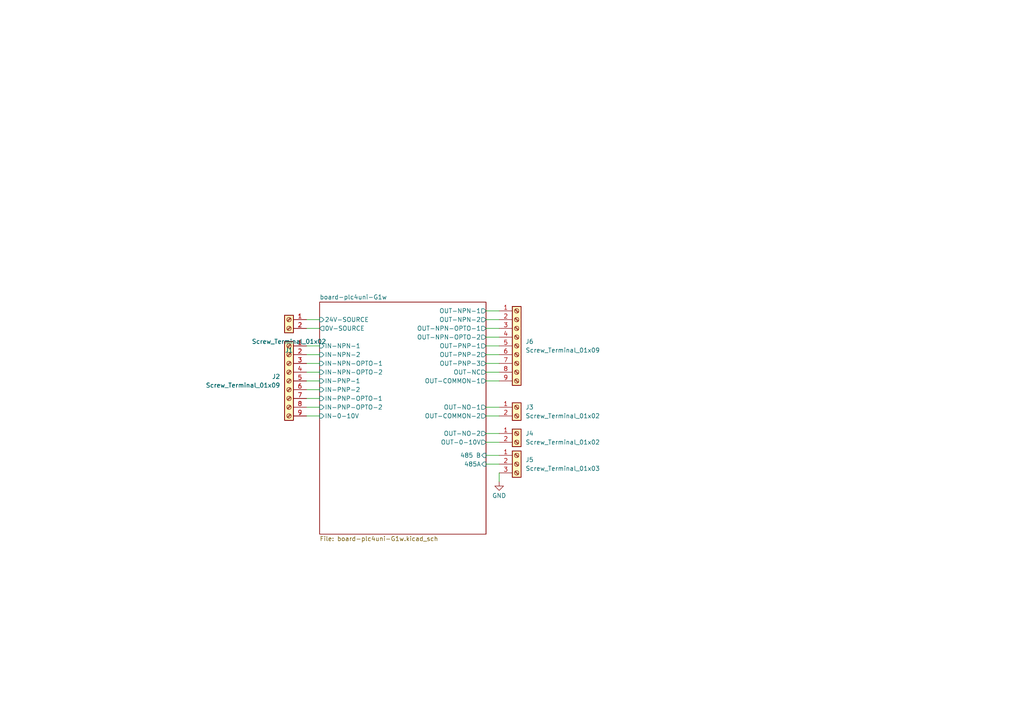
<source format=kicad_sch>
(kicad_sch
	(version 20250114)
	(generator "eeschema")
	(generator_version "9.0")
	(uuid "65c875c0-73bd-43df-b6cd-4a685398cace")
	(paper "A4")
	(lib_symbols
		(symbol "Connector:Screw_Terminal_01x02"
			(pin_names
				(offset 1.016)
				(hide yes)
			)
			(exclude_from_sim no)
			(in_bom yes)
			(on_board yes)
			(property "Reference" "J"
				(at 0 2.54 0)
				(effects
					(font
						(size 1.27 1.27)
					)
				)
			)
			(property "Value" "Screw_Terminal_01x02"
				(at 0 -5.08 0)
				(effects
					(font
						(size 1.27 1.27)
					)
				)
			)
			(property "Footprint" ""
				(at 0 0 0)
				(effects
					(font
						(size 1.27 1.27)
					)
					(hide yes)
				)
			)
			(property "Datasheet" "~"
				(at 0 0 0)
				(effects
					(font
						(size 1.27 1.27)
					)
					(hide yes)
				)
			)
			(property "Description" "Generic screw terminal, single row, 01x02, script generated (kicad-library-utils/schlib/autogen/connector/)"
				(at 0 0 0)
				(effects
					(font
						(size 1.27 1.27)
					)
					(hide yes)
				)
			)
			(property "ki_keywords" "screw terminal"
				(at 0 0 0)
				(effects
					(font
						(size 1.27 1.27)
					)
					(hide yes)
				)
			)
			(property "ki_fp_filters" "TerminalBlock*:*"
				(at 0 0 0)
				(effects
					(font
						(size 1.27 1.27)
					)
					(hide yes)
				)
			)
			(symbol "Screw_Terminal_01x02_1_1"
				(rectangle
					(start -1.27 1.27)
					(end 1.27 -3.81)
					(stroke
						(width 0.254)
						(type default)
					)
					(fill
						(type background)
					)
				)
				(polyline
					(pts
						(xy -0.5334 0.3302) (xy 0.3302 -0.508)
					)
					(stroke
						(width 0.1524)
						(type default)
					)
					(fill
						(type none)
					)
				)
				(polyline
					(pts
						(xy -0.5334 -2.2098) (xy 0.3302 -3.048)
					)
					(stroke
						(width 0.1524)
						(type default)
					)
					(fill
						(type none)
					)
				)
				(polyline
					(pts
						(xy -0.3556 0.508) (xy 0.508 -0.3302)
					)
					(stroke
						(width 0.1524)
						(type default)
					)
					(fill
						(type none)
					)
				)
				(polyline
					(pts
						(xy -0.3556 -2.032) (xy 0.508 -2.8702)
					)
					(stroke
						(width 0.1524)
						(type default)
					)
					(fill
						(type none)
					)
				)
				(circle
					(center 0 0)
					(radius 0.635)
					(stroke
						(width 0.1524)
						(type default)
					)
					(fill
						(type none)
					)
				)
				(circle
					(center 0 -2.54)
					(radius 0.635)
					(stroke
						(width 0.1524)
						(type default)
					)
					(fill
						(type none)
					)
				)
				(pin passive line
					(at -5.08 0 0)
					(length 3.81)
					(name "Pin_1"
						(effects
							(font
								(size 1.27 1.27)
							)
						)
					)
					(number "1"
						(effects
							(font
								(size 1.27 1.27)
							)
						)
					)
				)
				(pin passive line
					(at -5.08 -2.54 0)
					(length 3.81)
					(name "Pin_2"
						(effects
							(font
								(size 1.27 1.27)
							)
						)
					)
					(number "2"
						(effects
							(font
								(size 1.27 1.27)
							)
						)
					)
				)
			)
			(embedded_fonts no)
		)
		(symbol "Connector:Screw_Terminal_01x03"
			(pin_names
				(offset 1.016)
				(hide yes)
			)
			(exclude_from_sim no)
			(in_bom yes)
			(on_board yes)
			(property "Reference" "J"
				(at 0 5.08 0)
				(effects
					(font
						(size 1.27 1.27)
					)
				)
			)
			(property "Value" "Screw_Terminal_01x03"
				(at 0 -5.08 0)
				(effects
					(font
						(size 1.27 1.27)
					)
				)
			)
			(property "Footprint" ""
				(at 0 0 0)
				(effects
					(font
						(size 1.27 1.27)
					)
					(hide yes)
				)
			)
			(property "Datasheet" "~"
				(at 0 0 0)
				(effects
					(font
						(size 1.27 1.27)
					)
					(hide yes)
				)
			)
			(property "Description" "Generic screw terminal, single row, 01x03, script generated (kicad-library-utils/schlib/autogen/connector/)"
				(at 0 0 0)
				(effects
					(font
						(size 1.27 1.27)
					)
					(hide yes)
				)
			)
			(property "ki_keywords" "screw terminal"
				(at 0 0 0)
				(effects
					(font
						(size 1.27 1.27)
					)
					(hide yes)
				)
			)
			(property "ki_fp_filters" "TerminalBlock*:*"
				(at 0 0 0)
				(effects
					(font
						(size 1.27 1.27)
					)
					(hide yes)
				)
			)
			(symbol "Screw_Terminal_01x03_1_1"
				(rectangle
					(start -1.27 3.81)
					(end 1.27 -3.81)
					(stroke
						(width 0.254)
						(type default)
					)
					(fill
						(type background)
					)
				)
				(polyline
					(pts
						(xy -0.5334 2.8702) (xy 0.3302 2.032)
					)
					(stroke
						(width 0.1524)
						(type default)
					)
					(fill
						(type none)
					)
				)
				(polyline
					(pts
						(xy -0.5334 0.3302) (xy 0.3302 -0.508)
					)
					(stroke
						(width 0.1524)
						(type default)
					)
					(fill
						(type none)
					)
				)
				(polyline
					(pts
						(xy -0.5334 -2.2098) (xy 0.3302 -3.048)
					)
					(stroke
						(width 0.1524)
						(type default)
					)
					(fill
						(type none)
					)
				)
				(polyline
					(pts
						(xy -0.3556 3.048) (xy 0.508 2.2098)
					)
					(stroke
						(width 0.1524)
						(type default)
					)
					(fill
						(type none)
					)
				)
				(polyline
					(pts
						(xy -0.3556 0.508) (xy 0.508 -0.3302)
					)
					(stroke
						(width 0.1524)
						(type default)
					)
					(fill
						(type none)
					)
				)
				(polyline
					(pts
						(xy -0.3556 -2.032) (xy 0.508 -2.8702)
					)
					(stroke
						(width 0.1524)
						(type default)
					)
					(fill
						(type none)
					)
				)
				(circle
					(center 0 2.54)
					(radius 0.635)
					(stroke
						(width 0.1524)
						(type default)
					)
					(fill
						(type none)
					)
				)
				(circle
					(center 0 0)
					(radius 0.635)
					(stroke
						(width 0.1524)
						(type default)
					)
					(fill
						(type none)
					)
				)
				(circle
					(center 0 -2.54)
					(radius 0.635)
					(stroke
						(width 0.1524)
						(type default)
					)
					(fill
						(type none)
					)
				)
				(pin passive line
					(at -5.08 2.54 0)
					(length 3.81)
					(name "Pin_1"
						(effects
							(font
								(size 1.27 1.27)
							)
						)
					)
					(number "1"
						(effects
							(font
								(size 1.27 1.27)
							)
						)
					)
				)
				(pin passive line
					(at -5.08 0 0)
					(length 3.81)
					(name "Pin_2"
						(effects
							(font
								(size 1.27 1.27)
							)
						)
					)
					(number "2"
						(effects
							(font
								(size 1.27 1.27)
							)
						)
					)
				)
				(pin passive line
					(at -5.08 -2.54 0)
					(length 3.81)
					(name "Pin_3"
						(effects
							(font
								(size 1.27 1.27)
							)
						)
					)
					(number "3"
						(effects
							(font
								(size 1.27 1.27)
							)
						)
					)
				)
			)
			(embedded_fonts no)
		)
		(symbol "Connector:Screw_Terminal_01x09"
			(pin_names
				(offset 1.016)
				(hide yes)
			)
			(exclude_from_sim no)
			(in_bom yes)
			(on_board yes)
			(property "Reference" "J"
				(at 0 12.7 0)
				(effects
					(font
						(size 1.27 1.27)
					)
				)
			)
			(property "Value" "Screw_Terminal_01x09"
				(at 0 -12.7 0)
				(effects
					(font
						(size 1.27 1.27)
					)
				)
			)
			(property "Footprint" ""
				(at 0 0 0)
				(effects
					(font
						(size 1.27 1.27)
					)
					(hide yes)
				)
			)
			(property "Datasheet" "~"
				(at 0 0 0)
				(effects
					(font
						(size 1.27 1.27)
					)
					(hide yes)
				)
			)
			(property "Description" "Generic screw terminal, single row, 01x09, script generated (kicad-library-utils/schlib/autogen/connector/)"
				(at 0 0 0)
				(effects
					(font
						(size 1.27 1.27)
					)
					(hide yes)
				)
			)
			(property "ki_keywords" "screw terminal"
				(at 0 0 0)
				(effects
					(font
						(size 1.27 1.27)
					)
					(hide yes)
				)
			)
			(property "ki_fp_filters" "TerminalBlock*:*"
				(at 0 0 0)
				(effects
					(font
						(size 1.27 1.27)
					)
					(hide yes)
				)
			)
			(symbol "Screw_Terminal_01x09_1_1"
				(rectangle
					(start -1.27 11.43)
					(end 1.27 -11.43)
					(stroke
						(width 0.254)
						(type default)
					)
					(fill
						(type background)
					)
				)
				(polyline
					(pts
						(xy -0.5334 10.4902) (xy 0.3302 9.652)
					)
					(stroke
						(width 0.1524)
						(type default)
					)
					(fill
						(type none)
					)
				)
				(polyline
					(pts
						(xy -0.5334 7.9502) (xy 0.3302 7.112)
					)
					(stroke
						(width 0.1524)
						(type default)
					)
					(fill
						(type none)
					)
				)
				(polyline
					(pts
						(xy -0.5334 5.4102) (xy 0.3302 4.572)
					)
					(stroke
						(width 0.1524)
						(type default)
					)
					(fill
						(type none)
					)
				)
				(polyline
					(pts
						(xy -0.5334 2.8702) (xy 0.3302 2.032)
					)
					(stroke
						(width 0.1524)
						(type default)
					)
					(fill
						(type none)
					)
				)
				(polyline
					(pts
						(xy -0.5334 0.3302) (xy 0.3302 -0.508)
					)
					(stroke
						(width 0.1524)
						(type default)
					)
					(fill
						(type none)
					)
				)
				(polyline
					(pts
						(xy -0.5334 -2.2098) (xy 0.3302 -3.048)
					)
					(stroke
						(width 0.1524)
						(type default)
					)
					(fill
						(type none)
					)
				)
				(polyline
					(pts
						(xy -0.5334 -4.7498) (xy 0.3302 -5.588)
					)
					(stroke
						(width 0.1524)
						(type default)
					)
					(fill
						(type none)
					)
				)
				(polyline
					(pts
						(xy -0.5334 -7.2898) (xy 0.3302 -8.128)
					)
					(stroke
						(width 0.1524)
						(type default)
					)
					(fill
						(type none)
					)
				)
				(polyline
					(pts
						(xy -0.5334 -9.8298) (xy 0.3302 -10.668)
					)
					(stroke
						(width 0.1524)
						(type default)
					)
					(fill
						(type none)
					)
				)
				(polyline
					(pts
						(xy -0.3556 10.668) (xy 0.508 9.8298)
					)
					(stroke
						(width 0.1524)
						(type default)
					)
					(fill
						(type none)
					)
				)
				(polyline
					(pts
						(xy -0.3556 8.128) (xy 0.508 7.2898)
					)
					(stroke
						(width 0.1524)
						(type default)
					)
					(fill
						(type none)
					)
				)
				(polyline
					(pts
						(xy -0.3556 5.588) (xy 0.508 4.7498)
					)
					(stroke
						(width 0.1524)
						(type default)
					)
					(fill
						(type none)
					)
				)
				(polyline
					(pts
						(xy -0.3556 3.048) (xy 0.508 2.2098)
					)
					(stroke
						(width 0.1524)
						(type default)
					)
					(fill
						(type none)
					)
				)
				(polyline
					(pts
						(xy -0.3556 0.508) (xy 0.508 -0.3302)
					)
					(stroke
						(width 0.1524)
						(type default)
					)
					(fill
						(type none)
					)
				)
				(polyline
					(pts
						(xy -0.3556 -2.032) (xy 0.508 -2.8702)
					)
					(stroke
						(width 0.1524)
						(type default)
					)
					(fill
						(type none)
					)
				)
				(polyline
					(pts
						(xy -0.3556 -4.572) (xy 0.508 -5.4102)
					)
					(stroke
						(width 0.1524)
						(type default)
					)
					(fill
						(type none)
					)
				)
				(polyline
					(pts
						(xy -0.3556 -7.112) (xy 0.508 -7.9502)
					)
					(stroke
						(width 0.1524)
						(type default)
					)
					(fill
						(type none)
					)
				)
				(polyline
					(pts
						(xy -0.3556 -9.652) (xy 0.508 -10.4902)
					)
					(stroke
						(width 0.1524)
						(type default)
					)
					(fill
						(type none)
					)
				)
				(circle
					(center 0 10.16)
					(radius 0.635)
					(stroke
						(width 0.1524)
						(type default)
					)
					(fill
						(type none)
					)
				)
				(circle
					(center 0 7.62)
					(radius 0.635)
					(stroke
						(width 0.1524)
						(type default)
					)
					(fill
						(type none)
					)
				)
				(circle
					(center 0 5.08)
					(radius 0.635)
					(stroke
						(width 0.1524)
						(type default)
					)
					(fill
						(type none)
					)
				)
				(circle
					(center 0 2.54)
					(radius 0.635)
					(stroke
						(width 0.1524)
						(type default)
					)
					(fill
						(type none)
					)
				)
				(circle
					(center 0 0)
					(radius 0.635)
					(stroke
						(width 0.1524)
						(type default)
					)
					(fill
						(type none)
					)
				)
				(circle
					(center 0 -2.54)
					(radius 0.635)
					(stroke
						(width 0.1524)
						(type default)
					)
					(fill
						(type none)
					)
				)
				(circle
					(center 0 -5.08)
					(radius 0.635)
					(stroke
						(width 0.1524)
						(type default)
					)
					(fill
						(type none)
					)
				)
				(circle
					(center 0 -7.62)
					(radius 0.635)
					(stroke
						(width 0.1524)
						(type default)
					)
					(fill
						(type none)
					)
				)
				(circle
					(center 0 -10.16)
					(radius 0.635)
					(stroke
						(width 0.1524)
						(type default)
					)
					(fill
						(type none)
					)
				)
				(pin passive line
					(at -5.08 10.16 0)
					(length 3.81)
					(name "Pin_1"
						(effects
							(font
								(size 1.27 1.27)
							)
						)
					)
					(number "1"
						(effects
							(font
								(size 1.27 1.27)
							)
						)
					)
				)
				(pin passive line
					(at -5.08 7.62 0)
					(length 3.81)
					(name "Pin_2"
						(effects
							(font
								(size 1.27 1.27)
							)
						)
					)
					(number "2"
						(effects
							(font
								(size 1.27 1.27)
							)
						)
					)
				)
				(pin passive line
					(at -5.08 5.08 0)
					(length 3.81)
					(name "Pin_3"
						(effects
							(font
								(size 1.27 1.27)
							)
						)
					)
					(number "3"
						(effects
							(font
								(size 1.27 1.27)
							)
						)
					)
				)
				(pin passive line
					(at -5.08 2.54 0)
					(length 3.81)
					(name "Pin_4"
						(effects
							(font
								(size 1.27 1.27)
							)
						)
					)
					(number "4"
						(effects
							(font
								(size 1.27 1.27)
							)
						)
					)
				)
				(pin passive line
					(at -5.08 0 0)
					(length 3.81)
					(name "Pin_5"
						(effects
							(font
								(size 1.27 1.27)
							)
						)
					)
					(number "5"
						(effects
							(font
								(size 1.27 1.27)
							)
						)
					)
				)
				(pin passive line
					(at -5.08 -2.54 0)
					(length 3.81)
					(name "Pin_6"
						(effects
							(font
								(size 1.27 1.27)
							)
						)
					)
					(number "6"
						(effects
							(font
								(size 1.27 1.27)
							)
						)
					)
				)
				(pin passive line
					(at -5.08 -5.08 0)
					(length 3.81)
					(name "Pin_7"
						(effects
							(font
								(size 1.27 1.27)
							)
						)
					)
					(number "7"
						(effects
							(font
								(size 1.27 1.27)
							)
						)
					)
				)
				(pin passive line
					(at -5.08 -7.62 0)
					(length 3.81)
					(name "Pin_8"
						(effects
							(font
								(size 1.27 1.27)
							)
						)
					)
					(number "8"
						(effects
							(font
								(size 1.27 1.27)
							)
						)
					)
				)
				(pin passive line
					(at -5.08 -10.16 0)
					(length 3.81)
					(name "Pin_9"
						(effects
							(font
								(size 1.27 1.27)
							)
						)
					)
					(number "9"
						(effects
							(font
								(size 1.27 1.27)
							)
						)
					)
				)
			)
			(embedded_fonts no)
		)
		(symbol "power:GND"
			(power)
			(pin_numbers
				(hide yes)
			)
			(pin_names
				(offset 0)
				(hide yes)
			)
			(exclude_from_sim no)
			(in_bom yes)
			(on_board yes)
			(property "Reference" "#PWR"
				(at 0 -6.35 0)
				(effects
					(font
						(size 1.27 1.27)
					)
					(hide yes)
				)
			)
			(property "Value" "GND"
				(at 0 -3.81 0)
				(effects
					(font
						(size 1.27 1.27)
					)
				)
			)
			(property "Footprint" ""
				(at 0 0 0)
				(effects
					(font
						(size 1.27 1.27)
					)
					(hide yes)
				)
			)
			(property "Datasheet" ""
				(at 0 0 0)
				(effects
					(font
						(size 1.27 1.27)
					)
					(hide yes)
				)
			)
			(property "Description" "Power symbol creates a global label with name \"GND\" , ground"
				(at 0 0 0)
				(effects
					(font
						(size 1.27 1.27)
					)
					(hide yes)
				)
			)
			(property "ki_keywords" "global power"
				(at 0 0 0)
				(effects
					(font
						(size 1.27 1.27)
					)
					(hide yes)
				)
			)
			(symbol "GND_0_1"
				(polyline
					(pts
						(xy 0 0) (xy 0 -1.27) (xy 1.27 -1.27) (xy 0 -2.54) (xy -1.27 -1.27) (xy 0 -1.27)
					)
					(stroke
						(width 0)
						(type default)
					)
					(fill
						(type none)
					)
				)
			)
			(symbol "GND_1_1"
				(pin power_in line
					(at 0 0 270)
					(length 0)
					(name "~"
						(effects
							(font
								(size 1.27 1.27)
							)
						)
					)
					(number "1"
						(effects
							(font
								(size 1.27 1.27)
							)
						)
					)
				)
			)
			(embedded_fonts no)
		)
	)
	(wire
		(pts
			(xy 140.97 105.41) (xy 144.78 105.41)
		)
		(stroke
			(width 0)
			(type default)
		)
		(uuid "07a68472-0fad-4044-82ea-0871f2852ea2")
	)
	(wire
		(pts
			(xy 88.9 120.65) (xy 92.71 120.65)
		)
		(stroke
			(width 0)
			(type default)
		)
		(uuid "19524fc5-d565-4bc4-9ab5-b77b5c6cb660")
	)
	(wire
		(pts
			(xy 140.97 110.49) (xy 144.78 110.49)
		)
		(stroke
			(width 0)
			(type default)
		)
		(uuid "1f335ec1-6e6b-4ad9-a67c-98e1e8f31eb8")
	)
	(wire
		(pts
			(xy 140.97 128.27) (xy 144.78 128.27)
		)
		(stroke
			(width 0)
			(type default)
		)
		(uuid "33e3f303-d6d0-47e5-8fe4-3bc68d2f4ee4")
	)
	(wire
		(pts
			(xy 88.9 92.71) (xy 92.71 92.71)
		)
		(stroke
			(width 0)
			(type default)
		)
		(uuid "3b4ede7d-5447-4a88-9466-961cf8791fee")
	)
	(wire
		(pts
			(xy 140.97 107.95) (xy 144.78 107.95)
		)
		(stroke
			(width 0)
			(type default)
		)
		(uuid "40f22615-17c3-4c35-aff6-8e16a9438d76")
	)
	(wire
		(pts
			(xy 140.97 118.11) (xy 144.78 118.11)
		)
		(stroke
			(width 0)
			(type default)
		)
		(uuid "47ac7e3f-886f-40a0-94e2-0434336e4257")
	)
	(wire
		(pts
			(xy 88.9 113.03) (xy 92.71 113.03)
		)
		(stroke
			(width 0)
			(type default)
		)
		(uuid "4e7a1f8c-cf35-4cf8-9bea-cbba8cd7d98e")
	)
	(wire
		(pts
			(xy 88.9 95.25) (xy 92.71 95.25)
		)
		(stroke
			(width 0)
			(type default)
		)
		(uuid "519948d0-a2a5-4e20-8d2b-2c3ee310bd26")
	)
	(wire
		(pts
			(xy 140.97 102.87) (xy 144.78 102.87)
		)
		(stroke
			(width 0)
			(type default)
		)
		(uuid "52feed46-bdd2-478e-aaf0-c7e876417b4a")
	)
	(wire
		(pts
			(xy 140.97 100.33) (xy 144.78 100.33)
		)
		(stroke
			(width 0)
			(type default)
		)
		(uuid "6efe2a28-6037-47d9-a941-69bb9ddb2682")
	)
	(wire
		(pts
			(xy 140.97 97.79) (xy 144.78 97.79)
		)
		(stroke
			(width 0)
			(type default)
		)
		(uuid "707c8e83-3c0d-4626-a025-e079d3abc604")
	)
	(wire
		(pts
			(xy 140.97 92.71) (xy 144.78 92.71)
		)
		(stroke
			(width 0)
			(type default)
		)
		(uuid "76cc2925-d8f6-40a1-aebb-31ac5a44d47a")
	)
	(wire
		(pts
			(xy 88.9 105.41) (xy 92.71 105.41)
		)
		(stroke
			(width 0)
			(type default)
		)
		(uuid "7e1aed39-1091-4bca-957f-a6c9897f479d")
	)
	(wire
		(pts
			(xy 140.97 125.73) (xy 144.78 125.73)
		)
		(stroke
			(width 0)
			(type default)
		)
		(uuid "9fba6e60-0895-4449-befa-85d2d4daab79")
	)
	(wire
		(pts
			(xy 140.97 134.62) (xy 144.78 134.62)
		)
		(stroke
			(width 0)
			(type default)
		)
		(uuid "affdb0a5-c437-4c1b-bc43-07fb2f7198d2")
	)
	(wire
		(pts
			(xy 88.9 115.57) (xy 92.71 115.57)
		)
		(stroke
			(width 0)
			(type default)
		)
		(uuid "b0b8bf3a-14ff-441e-95be-56b90e66d10d")
	)
	(wire
		(pts
			(xy 88.9 107.95) (xy 92.71 107.95)
		)
		(stroke
			(width 0)
			(type default)
		)
		(uuid "b9f95908-1d64-45ca-b860-a8566d4eae6e")
	)
	(wire
		(pts
			(xy 140.97 95.25) (xy 144.78 95.25)
		)
		(stroke
			(width 0)
			(type default)
		)
		(uuid "bb1d9138-2372-4578-9524-8aea19dc0974")
	)
	(wire
		(pts
			(xy 88.9 100.33) (xy 92.71 100.33)
		)
		(stroke
			(width 0)
			(type default)
		)
		(uuid "cb95dc22-880d-43e0-9a10-8c6661d6c0be")
	)
	(wire
		(pts
			(xy 140.97 90.17) (xy 144.78 90.17)
		)
		(stroke
			(width 0)
			(type default)
		)
		(uuid "de608885-e632-4fba-8e04-1c026d9efa97")
	)
	(wire
		(pts
			(xy 88.9 110.49) (xy 92.71 110.49)
		)
		(stroke
			(width 0)
			(type default)
		)
		(uuid "e147b2ca-6ded-4689-9f15-9b8b5527c29f")
	)
	(wire
		(pts
			(xy 140.97 132.08) (xy 144.78 132.08)
		)
		(stroke
			(width 0)
			(type default)
		)
		(uuid "e3d7cd7a-d73a-420a-9c3f-fb2ddd26c6c4")
	)
	(wire
		(pts
			(xy 140.97 120.65) (xy 144.78 120.65)
		)
		(stroke
			(width 0)
			(type default)
		)
		(uuid "e83fefa9-50ee-4d95-a068-e5fecc08111b")
	)
	(wire
		(pts
			(xy 88.9 102.87) (xy 92.71 102.87)
		)
		(stroke
			(width 0)
			(type default)
		)
		(uuid "f2f5b75b-2cfd-4a08-bb1a-8ac9817016df")
	)
	(wire
		(pts
			(xy 144.78 137.16) (xy 144.78 139.7)
		)
		(stroke
			(width 0)
			(type default)
		)
		(uuid "f6ba72d5-d0e6-40cf-8ad3-2bdceb3d6951")
	)
	(wire
		(pts
			(xy 88.9 118.11) (xy 92.71 118.11)
		)
		(stroke
			(width 0)
			(type default)
		)
		(uuid "f766f2a3-b5c2-46df-9bf3-712c85f5ce21")
	)
	(symbol
		(lib_id "Connector:Screw_Terminal_01x02")
		(at 149.86 125.73 0)
		(unit 1)
		(exclude_from_sim no)
		(in_bom yes)
		(on_board yes)
		(dnp no)
		(fields_autoplaced yes)
		(uuid "11319824-49f2-44f1-bed4-c62d4fcd2b5b")
		(property "Reference" "J4"
			(at 152.4 125.7299 0)
			(effects
				(font
					(size 1.27 1.27)
				)
				(justify left)
			)
		)
		(property "Value" "Screw_Terminal_01x02"
			(at 152.4 128.2699 0)
			(effects
				(font
					(size 1.27 1.27)
				)
				(justify left)
			)
		)
		(property "Footprint" "TerminalBlock_Phoenix:TerminalBlock_Phoenix_PT-1,5-2-5.0-H_1x02_P5.00mm_Horizontal"
			(at 149.86 125.73 0)
			(effects
				(font
					(size 1.27 1.27)
				)
				(hide yes)
			)
		)
		(property "Datasheet" "~"
			(at 149.86 125.73 0)
			(effects
				(font
					(size 1.27 1.27)
				)
				(hide yes)
			)
		)
		(property "Description" "Generic screw terminal, single row, 01x02, script generated (kicad-library-utils/schlib/autogen/connector/)"
			(at 149.86 125.73 0)
			(effects
				(font
					(size 1.27 1.27)
				)
				(hide yes)
			)
		)
		(pin "1"
			(uuid "dc06f31e-a5ac-4df6-b5fe-255488bde52d")
		)
		(pin "2"
			(uuid "036a13a2-e840-4077-850a-b7a1850dda96")
		)
		(instances
			(project ""
				(path "/65c875c0-73bd-43df-b6cd-4a685398cace"
					(reference "J4")
					(unit 1)
				)
			)
		)
	)
	(symbol
		(lib_id "Connector:Screw_Terminal_01x09")
		(at 83.82 110.49 0)
		(mirror y)
		(unit 1)
		(exclude_from_sim no)
		(in_bom yes)
		(on_board yes)
		(dnp no)
		(fields_autoplaced yes)
		(uuid "86d91a2f-c59b-43fd-b38a-92a37c89a49f")
		(property "Reference" "J2"
			(at 81.28 109.2199 0)
			(effects
				(font
					(size 1.27 1.27)
				)
				(justify left)
			)
		)
		(property "Value" "Screw_Terminal_01x09"
			(at 81.28 111.7599 0)
			(effects
				(font
					(size 1.27 1.27)
				)
				(justify left)
			)
		)
		(property "Footprint" "TerminalBlock_Phoenix:TerminalBlock_Phoenix_PT-1,5-9-5.0-H_1x09_P5.00mm_Horizontal"
			(at 83.82 110.49 0)
			(effects
				(font
					(size 1.27 1.27)
				)
				(hide yes)
			)
		)
		(property "Datasheet" "~"
			(at 83.82 110.49 0)
			(effects
				(font
					(size 1.27 1.27)
				)
				(hide yes)
			)
		)
		(property "Description" "Generic screw terminal, single row, 01x09, script generated (kicad-library-utils/schlib/autogen/connector/)"
			(at 83.82 110.49 0)
			(effects
				(font
					(size 1.27 1.27)
				)
				(hide yes)
			)
		)
		(pin "6"
			(uuid "42b6a1fb-056c-429c-ac9a-e846b3e1e520")
		)
		(pin "2"
			(uuid "625b52ef-322a-467f-b31d-20f0c1ce02ea")
		)
		(pin "1"
			(uuid "b5dd8036-04f5-40ae-8abf-effc4a66c5fd")
		)
		(pin "3"
			(uuid "e6be7f43-334e-449a-afce-c992fe8bebee")
		)
		(pin "5"
			(uuid "76355008-4b2a-484e-aed9-4a667a11172f")
		)
		(pin "4"
			(uuid "e8251dbf-c6c2-4d6d-aa77-93ef5b99bf22")
		)
		(pin "8"
			(uuid "78acfc5c-9acd-46db-bd8f-0b5ba65bd5b3")
		)
		(pin "9"
			(uuid "f7989b60-e76e-4ccd-85c4-33e569de4f2e")
		)
		(pin "7"
			(uuid "fd5a4426-a294-48b0-ad7f-b527c1892f18")
		)
		(instances
			(project ""
				(path "/65c875c0-73bd-43df-b6cd-4a685398cace"
					(reference "J2")
					(unit 1)
				)
			)
		)
	)
	(symbol
		(lib_id "Connector:Screw_Terminal_01x09")
		(at 149.86 100.33 0)
		(unit 1)
		(exclude_from_sim no)
		(in_bom yes)
		(on_board yes)
		(dnp no)
		(fields_autoplaced yes)
		(uuid "9b7da910-b83e-46f7-89f2-72f5db436b31")
		(property "Reference" "J6"
			(at 152.4 99.0599 0)
			(effects
				(font
					(size 1.27 1.27)
				)
				(justify left)
			)
		)
		(property "Value" "Screw_Terminal_01x09"
			(at 152.4 101.5999 0)
			(effects
				(font
					(size 1.27 1.27)
				)
				(justify left)
			)
		)
		(property "Footprint" "TerminalBlock_Phoenix:TerminalBlock_Phoenix_PT-1,5-9-5.0-H_1x09_P5.00mm_Horizontal"
			(at 149.86 100.33 0)
			(effects
				(font
					(size 1.27 1.27)
				)
				(hide yes)
			)
		)
		(property "Datasheet" "~"
			(at 149.86 100.33 0)
			(effects
				(font
					(size 1.27 1.27)
				)
				(hide yes)
			)
		)
		(property "Description" "Generic screw terminal, single row, 01x09, script generated (kicad-library-utils/schlib/autogen/connector/)"
			(at 149.86 100.33 0)
			(effects
				(font
					(size 1.27 1.27)
				)
				(hide yes)
			)
		)
		(pin "7"
			(uuid "ea68e1db-6ed9-464c-bfe6-085359c73ddc")
		)
		(pin "3"
			(uuid "d0861fae-7abe-4327-b2f2-8d1084b4c4b8")
		)
		(pin "1"
			(uuid "3d89efe0-e430-42d4-8f64-03acf71e1d3e")
		)
		(pin "5"
			(uuid "afbe4d04-2dd9-434a-83d6-377f2cdd4b4c")
		)
		(pin "6"
			(uuid "f1dd55be-9fc8-488f-baef-2b9aad2657cd")
		)
		(pin "2"
			(uuid "5c44f9b3-0a66-409a-8568-7f6605631e78")
		)
		(pin "8"
			(uuid "1d52b6f2-3e84-4aca-8d67-e719922cbf15")
		)
		(pin "4"
			(uuid "dd9c9606-48bb-4c22-875b-65f1c536c1b7")
		)
		(pin "9"
			(uuid "432e819c-6a57-4f44-9a5e-90002e094b58")
		)
		(instances
			(project ""
				(path "/65c875c0-73bd-43df-b6cd-4a685398cace"
					(reference "J6")
					(unit 1)
				)
			)
		)
	)
	(symbol
		(lib_id "Connector:Screw_Terminal_01x02")
		(at 83.82 92.71 0)
		(mirror y)
		(unit 1)
		(exclude_from_sim no)
		(in_bom yes)
		(on_board yes)
		(dnp no)
		(fields_autoplaced yes)
		(uuid "ab3c68b7-5bf5-4a06-b1e4-96130bee9175")
		(property "Reference" "J1"
			(at 83.82 101.6 0)
			(effects
				(font
					(size 1.27 1.27)
				)
			)
		)
		(property "Value" "Screw_Terminal_01x02"
			(at 83.82 99.06 0)
			(effects
				(font
					(size 1.27 1.27)
				)
			)
		)
		(property "Footprint" "TerminalBlock_Phoenix:TerminalBlock_Phoenix_PT-1,5-2-5.0-H_1x02_P5.00mm_Horizontal"
			(at 83.82 92.71 0)
			(effects
				(font
					(size 1.27 1.27)
				)
				(hide yes)
			)
		)
		(property "Datasheet" "~"
			(at 83.82 92.71 0)
			(effects
				(font
					(size 1.27 1.27)
				)
				(hide yes)
			)
		)
		(property "Description" "Generic screw terminal, single row, 01x02, script generated (kicad-library-utils/schlib/autogen/connector/)"
			(at 83.82 92.71 0)
			(effects
				(font
					(size 1.27 1.27)
				)
				(hide yes)
			)
		)
		(pin "1"
			(uuid "8ae8246a-261d-4a95-adbb-1d9ddfd36340")
		)
		(pin "2"
			(uuid "19b8b61f-fe2c-4726-9505-af3fa73b9a93")
		)
		(instances
			(project ""
				(path "/65c875c0-73bd-43df-b6cd-4a685398cace"
					(reference "J1")
					(unit 1)
				)
			)
		)
	)
	(symbol
		(lib_id "Connector:Screw_Terminal_01x03")
		(at 149.86 134.62 0)
		(unit 1)
		(exclude_from_sim no)
		(in_bom yes)
		(on_board yes)
		(dnp no)
		(fields_autoplaced yes)
		(uuid "cf61d61f-9d4a-4bf9-b681-b4ae808b6ae4")
		(property "Reference" "J5"
			(at 152.4 133.3499 0)
			(effects
				(font
					(size 1.27 1.27)
				)
				(justify left)
			)
		)
		(property "Value" "Screw_Terminal_01x03"
			(at 152.4 135.8899 0)
			(effects
				(font
					(size 1.27 1.27)
				)
				(justify left)
			)
		)
		(property "Footprint" "TerminalBlock_Phoenix:TerminalBlock_Phoenix_PT-1,5-3-5.0-H_1x03_P5.00mm_Horizontal"
			(at 149.86 134.62 0)
			(effects
				(font
					(size 1.27 1.27)
				)
				(hide yes)
			)
		)
		(property "Datasheet" "~"
			(at 149.86 134.62 0)
			(effects
				(font
					(size 1.27 1.27)
				)
				(hide yes)
			)
		)
		(property "Description" "Generic screw terminal, single row, 01x03, script generated (kicad-library-utils/schlib/autogen/connector/)"
			(at 149.86 134.62 0)
			(effects
				(font
					(size 1.27 1.27)
				)
				(hide yes)
			)
		)
		(pin "2"
			(uuid "5f27603f-0ba0-4b9c-b392-584980e6524c")
		)
		(pin "3"
			(uuid "50c7c3ed-cf9d-4dd4-a2e7-7f9963c2c185")
		)
		(pin "1"
			(uuid "7dcc2784-1835-4ffc-80db-bdbd8cf00687")
		)
		(instances
			(project ""
				(path "/65c875c0-73bd-43df-b6cd-4a685398cace"
					(reference "J5")
					(unit 1)
				)
			)
		)
	)
	(symbol
		(lib_id "Connector:Screw_Terminal_01x02")
		(at 149.86 118.11 0)
		(unit 1)
		(exclude_from_sim no)
		(in_bom yes)
		(on_board yes)
		(dnp no)
		(fields_autoplaced yes)
		(uuid "d6e4ad04-14d1-43f6-8219-ab23b8c09609")
		(property "Reference" "J3"
			(at 152.4 118.1099 0)
			(effects
				(font
					(size 1.27 1.27)
				)
				(justify left)
			)
		)
		(property "Value" "Screw_Terminal_01x02"
			(at 152.4 120.6499 0)
			(effects
				(font
					(size 1.27 1.27)
				)
				(justify left)
			)
		)
		(property "Footprint" "TerminalBlock_Phoenix:TerminalBlock_Phoenix_PT-1,5-2-5.0-H_1x02_P5.00mm_Horizontal"
			(at 149.86 118.11 0)
			(effects
				(font
					(size 1.27 1.27)
				)
				(hide yes)
			)
		)
		(property "Datasheet" "~"
			(at 149.86 118.11 0)
			(effects
				(font
					(size 1.27 1.27)
				)
				(hide yes)
			)
		)
		(property "Description" "Generic screw terminal, single row, 01x02, script generated (kicad-library-utils/schlib/autogen/connector/)"
			(at 149.86 118.11 0)
			(effects
				(font
					(size 1.27 1.27)
				)
				(hide yes)
			)
		)
		(pin "2"
			(uuid "d043f68f-723e-45ab-8cdc-51a8f897d166")
		)
		(pin "1"
			(uuid "2059bcb6-975d-491e-9e62-5087e17d1198")
		)
		(instances
			(project ""
				(path "/65c875c0-73bd-43df-b6cd-4a685398cace"
					(reference "J3")
					(unit 1)
				)
			)
		)
	)
	(symbol
		(lib_id "power:GND")
		(at 144.78 139.7 0)
		(unit 1)
		(exclude_from_sim no)
		(in_bom yes)
		(on_board yes)
		(dnp no)
		(uuid "ff172ed7-71b9-4452-ac96-f5b4c4aab4c9")
		(property "Reference" "#PWR058"
			(at 144.78 146.05 0)
			(effects
				(font
					(size 1.27 1.27)
				)
				(hide yes)
			)
		)
		(property "Value" "GND"
			(at 144.78 143.764 0)
			(effects
				(font
					(size 1.27 1.27)
				)
			)
		)
		(property "Footprint" ""
			(at 144.78 139.7 0)
			(effects
				(font
					(size 1.27 1.27)
				)
				(hide yes)
			)
		)
		(property "Datasheet" ""
			(at 144.78 139.7 0)
			(effects
				(font
					(size 1.27 1.27)
				)
				(hide yes)
			)
		)
		(property "Description" "Power symbol creates a global label with name \"GND\" , ground"
			(at 144.78 139.7 0)
			(effects
				(font
					(size 1.27 1.27)
				)
				(hide yes)
			)
		)
		(pin "1"
			(uuid "0a3514d4-d361-4589-9f1d-9b24e446b67d")
		)
		(instances
			(project "PLC4UNIROBERT1"
				(path "/65c875c0-73bd-43df-b6cd-4a685398cace"
					(reference "#PWR058")
					(unit 1)
				)
			)
		)
	)
	(sheet
		(at 92.71 87.63)
		(size 48.26 67.31)
		(exclude_from_sim no)
		(in_bom yes)
		(on_board yes)
		(dnp no)
		(fields_autoplaced yes)
		(stroke
			(width 0.1524)
			(type solid)
		)
		(fill
			(color 0 0 0 0.0000)
		)
		(uuid "3b453a73-5bb7-4645-a7e8-6e186968fa05")
		(property "Sheetname" "board-plc4uni-G1w"
			(at 92.71 86.9184 0)
			(effects
				(font
					(size 1.27 1.27)
				)
				(justify left bottom)
			)
		)
		(property "Sheetfile" "board-plc4uni-G1w.kicad_sch"
			(at 92.71 155.5246 0)
			(effects
				(font
					(size 1.27 1.27)
				)
				(justify left top)
			)
		)
		(pin "IN-NPN-1" input
			(at 92.71 100.33 180)
			(uuid "8332c738-fa0c-484b-a158-db1ace8d16ee")
			(effects
				(font
					(size 1.27 1.27)
				)
				(justify left)
			)
		)
		(pin "IN-NPN-2" input
			(at 92.71 102.87 180)
			(uuid "d008df39-a8f4-42a1-a879-2d492f50f0a8")
			(effects
				(font
					(size 1.27 1.27)
				)
				(justify left)
			)
		)
		(pin "IN-NPN-OPTO-1" input
			(at 92.71 105.41 180)
			(uuid "339aeb7c-4a64-4335-9b9d-0085a6e98ea6")
			(effects
				(font
					(size 1.27 1.27)
				)
				(justify left)
			)
		)
		(pin "IN-NPN-OPTO-2" input
			(at 92.71 107.95 180)
			(uuid "08cf8c76-823b-43f6-a724-43c66966a535")
			(effects
				(font
					(size 1.27 1.27)
				)
				(justify left)
			)
		)
		(pin "IN-PNP-1" input
			(at 92.71 110.49 180)
			(uuid "f1cf0ffd-e45d-4c20-b6b2-ad9ae0a0a6ff")
			(effects
				(font
					(size 1.27 1.27)
				)
				(justify left)
			)
		)
		(pin "IN-PNP-2" input
			(at 92.71 113.03 180)
			(uuid "8617585a-a3f7-4388-b94c-fd84d7399dd8")
			(effects
				(font
					(size 1.27 1.27)
				)
				(justify left)
			)
		)
		(pin "IN-PNP-OPTO-1" input
			(at 92.71 115.57 180)
			(uuid "55a13e53-2500-4c51-9be9-7708b7da0dcc")
			(effects
				(font
					(size 1.27 1.27)
				)
				(justify left)
			)
		)
		(pin "IN-PNP-OPTO-2" input
			(at 92.71 118.11 180)
			(uuid "af7a7ee1-a164-436d-8235-30de9a08e3ca")
			(effects
				(font
					(size 1.27 1.27)
				)
				(justify left)
			)
		)
		(pin "OUT-NPN-1" output
			(at 140.97 90.17 0)
			(uuid "8f22623a-da8d-42f1-94d6-1ebcc3085ac2")
			(effects
				(font
					(size 1.27 1.27)
				)
				(justify right)
			)
		)
		(pin "OUT-NPN-2" output
			(at 140.97 92.71 0)
			(uuid "519c204d-8f6d-4129-95a9-d51894d89052")
			(effects
				(font
					(size 1.27 1.27)
				)
				(justify right)
			)
		)
		(pin "OUT-NPN-OPTO-1" output
			(at 140.97 95.25 0)
			(uuid "18fa5188-38fc-48d1-bc0d-43b6056282aa")
			(effects
				(font
					(size 1.27 1.27)
				)
				(justify right)
			)
		)
		(pin "OUT-NPN-OPTO-2" output
			(at 140.97 97.79 0)
			(uuid "f63ff90e-a5bf-4317-9fbf-cafdced69cd2")
			(effects
				(font
					(size 1.27 1.27)
				)
				(justify right)
			)
		)
		(pin "OUT-PNP-1" output
			(at 140.97 100.33 0)
			(uuid "c11d9580-8dba-4e0d-8f27-f2fcbbd19cc1")
			(effects
				(font
					(size 1.27 1.27)
				)
				(justify right)
			)
		)
		(pin "OUT-PNP-2" output
			(at 140.97 102.87 0)
			(uuid "99fb4286-6a6b-4e7b-a86a-7fa2a52618d7")
			(effects
				(font
					(size 1.27 1.27)
				)
				(justify right)
			)
		)
		(pin "OUT-PNP-3" output
			(at 140.97 105.41 0)
			(uuid "7b0fc65f-a8af-4de3-b988-31015115ca4e")
			(effects
				(font
					(size 1.27 1.27)
				)
				(justify right)
			)
		)
		(pin "0V-SOURCE" output
			(at 92.71 95.25 180)
			(uuid "b8ad12f5-04aa-478b-aed6-6cd63b91493b")
			(effects
				(font
					(size 1.27 1.27)
				)
				(justify left)
			)
		)
		(pin "24V-SOURCE" input
			(at 92.71 92.71 180)
			(uuid "8954c570-a6a7-4198-8ea3-4e3a30790e6c")
			(effects
				(font
					(size 1.27 1.27)
				)
				(justify left)
			)
		)
		(pin "OUT-COMMON-1" output
			(at 140.97 110.49 0)
			(uuid "8d1f3fbb-ec0d-4e98-b93d-62b6080167f1")
			(effects
				(font
					(size 1.27 1.27)
				)
				(justify right)
			)
		)
		(pin "OUT-COMMON-2" output
			(at 140.97 120.65 0)
			(uuid "01dde9e3-0927-41b0-8c9c-141db25505ea")
			(effects
				(font
					(size 1.27 1.27)
				)
				(justify right)
			)
		)
		(pin "OUT-NC" output
			(at 140.97 107.95 0)
			(uuid "163d103d-94d4-46cb-9f0f-964a67c92840")
			(effects
				(font
					(size 1.27 1.27)
				)
				(justify right)
			)
		)
		(pin "OUT-NO-1" output
			(at 140.97 118.11 0)
			(uuid "e9ab3805-0edb-4b01-8002-59712baa60c1")
			(effects
				(font
					(size 1.27 1.27)
				)
				(justify right)
			)
		)
		(pin "OUT-NO-2" output
			(at 140.97 125.73 0)
			(uuid "1e7ee360-d846-42df-b2ec-37dc45561f69")
			(effects
				(font
					(size 1.27 1.27)
				)
				(justify right)
			)
		)
		(pin "OUT-0-10V" output
			(at 140.97 128.27 0)
			(uuid "e6d58308-5242-4297-a994-c1ca7623a3b0")
			(effects
				(font
					(size 1.27 1.27)
				)
				(justify right)
			)
		)
		(pin "485 B" input
			(at 140.97 132.08 0)
			(uuid "8756d2ee-c87e-4d39-9a0b-4b5bd76467b2")
			(effects
				(font
					(size 1.27 1.27)
				)
				(justify right)
			)
		)
		(pin "485A" input
			(at 140.97 134.62 0)
			(uuid "e6de93c4-8cc3-499e-920f-f1fc5399f64f")
			(effects
				(font
					(size 1.27 1.27)
				)
				(justify right)
			)
		)
		(pin "IN-0-10V" input
			(at 92.71 120.65 180)
			(uuid "d29294e0-ec2b-43ca-91ec-3d41f12e7aff")
			(effects
				(font
					(size 1.27 1.27)
				)
				(justify left)
			)
		)
		(instances
			(project "PLC4Uni FelipeLG"
				(path "/65c875c0-73bd-43df-b6cd-4a685398cace"
					(page "2")
				)
			)
		)
	)
	(sheet_instances
		(path "/"
			(page "1")
		)
	)
	(embedded_fonts no)
)

</source>
